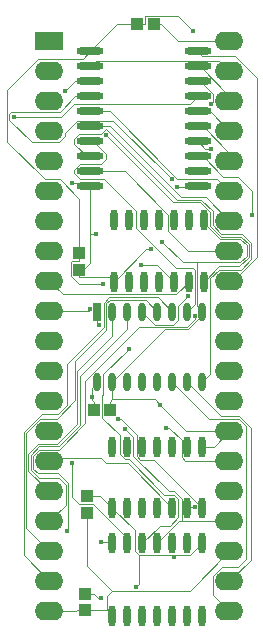
<source format=gbl>
G04 Layer: BottomLayer*
G04 EasyEDA v6.5.22, 2023-01-18 22:18:13*
G04 66d29df89567445d99ed279259f9073e,7be1179030e74d40a97a3c751b95adb4,10*
G04 Gerber Generator version 0.2*
G04 Scale: 100 percent, Rotated: No, Reflected: No *
G04 Dimensions in millimeters *
G04 leading zeros omitted , absolute positions ,4 integer and 5 decimal *
%FSLAX45Y45*%
%MOMM*%

%AMMACRO1*21,1,$1,$2,0,0,$3*%
%ADD10C,0.1000*%
%ADD11O,2.2999954X0.5999988*%
%ADD12O,0.5999988X1.7999964*%
%ADD13MACRO1,1.6002X0.5994X-90.0000*%
%ADD14O,0.599948X1.599946*%
%ADD15MACRO1,1X1.1X0.0000*%
%ADD16MACRO1,1X1.1X90.0000*%
%ADD17MACRO1,1X1.1X-90.0000*%
%ADD18MACRO1,2.3978X1.6002X0.0000*%
%ADD19O,2.3999952X1.5999968*%
%ADD20C,0.4000*%
%ADD21C,0.0147*%

%LPD*%
D10*
X3467100Y-4681473D02*
G01*
X3535679Y-4613147D01*
X3535679Y-3801618D01*
X3609847Y-3727450D01*
X3790950Y-3727450D01*
X3882390Y-3636010D01*
X3882390Y-3502660D01*
X3800856Y-3421126D01*
X3625595Y-3421126D01*
X3556000Y-3351529D01*
X3556000Y-3231387D01*
X3457702Y-3133089D01*
X3249929Y-3133089D01*
X2653791Y-2536952D01*
X2649727Y-2536952D01*
X2608579Y-2578100D01*
X2420365Y-2578100D01*
X2379218Y-2619247D01*
X2379218Y-2658871D01*
X2488945Y-2768600D01*
X2516886Y-2768600D01*
X2171700Y-6362700D02*
G01*
X1953513Y-6144513D01*
X1953513Y-5101589D01*
X2109978Y-4945379D01*
X2247900Y-4945379D01*
X2321813Y-4871720D01*
X2321813Y-4525263D01*
X2631693Y-4215384D01*
X2631693Y-4005071D01*
X2674365Y-3962145D01*
X3093974Y-3962145D01*
X3213100Y-4081526D01*
X2171700Y-5854700D02*
G01*
X2309621Y-5716778D01*
X2309621Y-5547868D01*
X2252726Y-5490971D01*
X2085594Y-5490971D01*
X2014473Y-5419852D01*
X2014473Y-5293613D01*
X2086610Y-5221731D01*
X2253487Y-5221731D01*
X2430271Y-5044694D01*
X2430271Y-4628895D01*
X2832100Y-4227068D01*
X2832100Y-4081526D01*
X2171700Y-5600700D02*
G01*
X2166620Y-5600700D01*
X1994154Y-5428234D01*
X1994154Y-5285231D01*
X2078228Y-5201412D01*
X2238247Y-5201412D01*
X2409952Y-5029454D01*
X2409952Y-4581144D01*
X2705100Y-4285995D01*
X2705100Y-4081526D01*
X3426713Y-1879600D02*
G01*
X3464813Y-1917700D01*
X3743706Y-1917700D01*
X3926840Y-2100834D01*
X3926840Y-3620262D01*
X3724402Y-3822700D01*
X3695700Y-3822700D01*
X3695700Y-2298700D02*
G01*
X3695700Y-2253487D01*
X3448811Y-2006600D01*
X3426713Y-2006600D01*
X3695700Y-2552700D02*
G01*
X3530600Y-2387600D01*
X3426713Y-2387600D01*
X3695700Y-2806700D02*
G01*
X3695700Y-2741168D01*
X3469131Y-2514600D01*
X3426713Y-2514600D01*
X2516886Y-2006600D02*
G01*
X2564891Y-1958594D01*
X3609593Y-1958594D01*
X3695700Y-2044700D01*
X3340100Y-4681473D02*
G01*
X3621786Y-4963160D01*
X3774440Y-4963160D01*
X3874770Y-5063489D01*
X3874770Y-6183629D01*
X3695700Y-6362700D01*
X2171700Y-3822700D02*
G01*
X2284984Y-3935984D01*
X3245611Y-3935984D01*
X3352800Y-3828795D01*
X3213100Y-5746495D02*
G01*
X2833624Y-5367020D01*
X2650490Y-5367020D01*
X2607056Y-5323331D01*
X2195068Y-5323331D01*
X2171700Y-5346700D01*
X2516886Y-2387600D02*
G01*
X2684272Y-2387600D01*
X3256279Y-2959862D01*
X3594861Y-2959862D01*
X3695700Y-3060700D01*
X3695700Y-3314700D02*
G01*
X3493770Y-3112770D01*
X3287013Y-3112770D01*
X2688590Y-2514600D01*
X2516886Y-2514600D01*
X3213100Y-4681473D02*
G01*
X3523488Y-4991862D01*
X3774693Y-4991862D01*
X3834638Y-5051805D01*
X3834638Y-6173215D01*
X3764788Y-6242812D01*
X3634486Y-6242812D01*
X3558540Y-6318757D01*
X3558540Y-6479539D01*
X3695700Y-6616700D01*
X2516886Y-2895600D02*
G01*
X2811018Y-2895600D01*
X3177540Y-3262121D01*
X3177540Y-3399028D01*
X3347211Y-3568700D01*
X3695700Y-3568700D01*
X2171700Y-6108700D02*
G01*
X1973834Y-5910834D01*
X1973834Y-5109971D01*
X2095245Y-4988813D01*
X2233421Y-4988813D01*
X2389631Y-4832604D01*
X2389631Y-4501134D01*
X2654808Y-4235957D01*
X2654808Y-4010660D01*
X2682747Y-3982465D01*
X2987040Y-3982465D01*
X3086100Y-4081526D01*
X2516886Y-2641600D02*
G01*
X2541270Y-2641600D01*
X2647188Y-2747263D01*
X2647188Y-2793492D01*
X2608579Y-2832100D01*
X2430526Y-2832100D01*
X2376423Y-2886202D01*
X2376423Y-2904489D01*
X2431287Y-2959100D01*
X2634741Y-2959100D01*
X2908300Y-3232657D01*
X2908300Y-3378200D01*
X3246120Y-3715765D01*
X3386581Y-3715765D01*
X3402329Y-3731768D01*
X3402329Y-4019295D01*
X3340100Y-4081526D01*
X3158997Y-5064760D02*
G01*
X3183127Y-5064760D01*
X3291840Y-5173218D01*
X3291840Y-5316473D01*
X3322065Y-5346700D01*
X3695700Y-5346700D01*
X2959100Y-4081526D02*
G01*
X3069081Y-4191254D01*
X3218688Y-4191254D01*
X3258311Y-4151884D01*
X3258311Y-4037837D01*
X3347211Y-3948937D01*
X2516886Y-2260600D02*
G01*
X2391918Y-2260600D01*
X2258568Y-2393950D01*
X1846834Y-2393950D01*
X1832355Y-2408428D01*
X1832355Y-2456687D01*
X2023618Y-2647950D01*
X2251202Y-2647950D01*
X2306828Y-2592323D01*
X2306828Y-2571495D01*
X2409444Y-2468879D01*
X2714752Y-2468879D01*
X3208274Y-2962402D01*
X2362962Y-5360923D02*
G01*
X2362962Y-5649213D01*
X2423921Y-5710173D01*
X2544825Y-5710173D01*
X2832100Y-5997447D01*
X2832100Y-6040120D01*
X2171700Y-4076700D02*
G01*
X2504693Y-4076700D01*
X2517393Y-4064000D01*
X2813050Y-5075681D02*
G01*
X2877311Y-5140197D01*
X2877311Y-5300979D01*
X3181095Y-5604763D01*
X3228593Y-5604763D01*
X3291840Y-5668010D01*
X3291840Y-5854700D01*
X3695700Y-5854700D02*
G01*
X3291840Y-5854700D01*
X3291840Y-5854700D02*
G01*
X3271520Y-5854700D01*
X3086100Y-6040120D01*
X2578100Y-4081526D02*
G01*
X2578100Y-4176776D01*
X2578100Y-4176776D02*
G01*
X2596134Y-4194810D01*
X2756661Y-4993131D02*
G01*
X2780284Y-4993131D01*
X2909824Y-5122926D01*
X2909824Y-5304789D01*
X2940304Y-5335270D01*
X3055874Y-5335270D01*
X3467100Y-5746495D01*
X2959100Y-6040120D02*
G01*
X3105911Y-5893307D01*
X3192779Y-5893307D01*
X3261359Y-5824728D01*
X3261359Y-5666231D01*
X3227324Y-5632195D01*
X3143504Y-5632195D01*
X2843022Y-5331713D01*
X2811018Y-5331713D01*
X2768600Y-5289295D01*
X2768600Y-5126989D01*
X2621025Y-4979415D01*
X2621025Y-4791455D01*
X2626613Y-4785868D01*
X2626613Y-4613147D01*
X2843784Y-4395978D01*
X3225800Y-3828795D02*
G01*
X3082543Y-3685286D01*
X2945891Y-3685286D01*
X3479800Y-3828795D02*
G01*
X3608577Y-3699763D01*
X3781043Y-3699763D01*
X3862070Y-3618737D01*
X3862070Y-3512565D01*
X3798315Y-3448557D01*
X3624325Y-3448557D01*
X3535679Y-3359912D01*
X3535679Y-3239770D01*
X3449320Y-3153410D01*
X3220211Y-3153410D01*
X2651759Y-2584704D01*
X2611881Y-6031992D02*
G01*
X2696972Y-6031992D01*
X2705100Y-6040120D01*
X3340100Y-5746495D02*
G01*
X3346195Y-5740400D01*
X3405886Y-5740400D01*
X3543808Y-2324100D02*
G01*
X3558793Y-2309368D01*
X3558793Y-2241295D01*
X3451097Y-2133600D01*
X3426713Y-2133600D01*
X3426713Y-2260600D02*
G01*
X3363213Y-2324100D01*
X2384044Y-2324100D01*
X2273554Y-2434589D01*
X1869439Y-2434589D01*
X3539490Y-2705100D02*
G01*
X3490213Y-2705100D01*
X3426713Y-2641600D01*
X2320036Y-5940805D02*
G01*
X2331465Y-5929376D01*
X2331465Y-5535929D01*
X2246884Y-5451347D01*
X2074671Y-5451347D01*
X2034794Y-5411470D01*
X2034794Y-5301995D01*
X2085339Y-5251450D01*
X2252218Y-5251450D01*
X2475229Y-5028692D01*
X2475229Y-4670552D01*
X2933700Y-4211828D01*
X3336797Y-4211828D01*
X3406140Y-4142486D01*
X3406140Y-4121150D01*
X3891534Y-3263392D02*
G01*
X3891534Y-3059684D01*
X3772915Y-2940812D01*
X3641343Y-2940812D01*
X3469131Y-2768600D01*
X3426713Y-2768600D01*
X2171700Y-6616700D02*
G01*
X2400045Y-6616700D01*
X2406395Y-6610604D01*
X3695700Y-5092700D02*
G01*
X3562095Y-5226304D01*
X3467100Y-5226304D01*
X2441447Y-6610604D02*
G01*
X2406395Y-6610604D01*
X2441447Y-6610604D02*
G01*
X2476500Y-6610604D01*
X2686304Y-4914900D02*
G01*
X2686304Y-4844795D01*
X2476500Y-6610604D02*
G01*
X2655824Y-6610604D01*
X2655824Y-6610604D02*
G01*
X2705100Y-6659879D01*
X2979674Y-1651000D02*
G01*
X2979674Y-1585721D01*
X2984754Y-1580642D01*
X3261359Y-1580642D01*
X3388613Y-1708150D01*
X2914650Y-1651000D02*
G01*
X2979674Y-1651000D01*
X2686304Y-4844795D02*
G01*
X2705100Y-4825745D01*
X2705100Y-4825745D02*
G01*
X2705100Y-4681473D01*
X2914650Y-1651000D02*
G01*
X2745486Y-1651000D01*
X2516886Y-1879600D01*
X2705100Y-4825745D02*
G01*
X3065779Y-4825745D01*
X3110738Y-4870957D01*
X3695700Y-5092700D02*
G01*
X3332734Y-5092700D01*
X3110738Y-4870957D01*
X3467100Y-4081526D02*
G01*
X3422650Y-4037076D01*
X3422650Y-3664457D01*
X3479800Y-3308604D02*
G01*
X3479800Y-3332734D01*
X3615943Y-3468878D01*
X3789934Y-3468878D01*
X3841750Y-3520947D01*
X3841750Y-3610355D01*
X3787647Y-3664457D01*
X3422650Y-3664457D01*
X3422650Y-3664457D02*
G01*
X3304540Y-3664457D01*
X3129025Y-3488944D01*
X2425700Y-3587750D02*
G01*
X2425700Y-3652773D01*
X2425700Y-3652773D02*
G01*
X2360421Y-3652773D01*
X2351023Y-3662426D01*
X2351023Y-3780281D01*
X2419350Y-3848607D01*
X2626613Y-3848607D01*
X3467100Y-4081526D02*
G01*
X3467100Y-4110228D01*
X3343909Y-4233418D01*
X3153156Y-4233418D01*
X2705100Y-4681473D01*
X2425700Y-3587750D02*
G01*
X2425700Y-3124454D01*
X2263139Y-2961894D01*
X2132076Y-2961894D01*
X1812036Y-2641854D01*
X1812036Y-2207513D01*
X2076957Y-1942592D01*
X2453893Y-1942592D01*
X2516886Y-1879600D01*
X2701797Y-6445757D02*
G01*
X2655824Y-6491731D01*
X2655824Y-6610604D01*
X3695700Y-6108700D02*
G01*
X3358895Y-6445757D01*
X2701797Y-6445757D01*
X2701797Y-6445757D02*
G01*
X2489200Y-6232905D01*
X2489200Y-5785104D01*
X2516886Y-2133600D02*
G01*
X2391155Y-2133600D01*
X2306828Y-2217673D01*
X3695700Y-1790700D02*
G01*
X3259581Y-1790700D01*
X3119881Y-1651000D01*
X3054604Y-1651000D02*
G01*
X3119881Y-1651000D01*
X2705100Y-5746495D02*
G01*
X2603754Y-5644895D01*
X2489200Y-5644895D01*
X2546095Y-4914900D02*
G01*
X2546095Y-4844795D01*
X2425700Y-3727704D02*
G01*
X2425700Y-3760215D01*
X2425700Y-3760215D02*
G01*
X2425700Y-3792981D01*
X2546095Y-4844795D02*
G01*
X2534411Y-4832857D01*
X2534411Y-4803902D01*
X2534411Y-4803902D02*
G01*
X2534411Y-4725162D01*
X2578100Y-4681473D01*
X2516886Y-3429000D02*
G01*
X2516886Y-3022600D01*
X2425700Y-3760215D02*
G01*
X2516886Y-3669029D01*
X2516886Y-3429000D01*
X2516886Y-3429000D02*
G01*
X2568447Y-3429000D01*
X3467100Y-6040120D02*
G01*
X3360674Y-6146545D01*
X3229863Y-6146545D01*
X3229863Y-6146545D02*
G01*
X3229863Y-6161278D01*
X2516886Y-3022600D02*
G01*
X2486659Y-2992373D01*
X2365502Y-2992373D01*
X2425700Y-3792981D02*
G01*
X2681986Y-3792981D01*
X2717800Y-3828795D01*
X2717800Y-3828795D02*
G01*
X2990595Y-3556000D01*
X3035554Y-3556000D01*
X3254247Y-3026410D02*
G01*
X3423158Y-3026410D01*
X3426713Y-3022600D01*
X2927095Y-6146545D02*
G01*
X2927095Y-6384797D01*
X2901441Y-6410452D01*
X3229863Y-6146545D02*
G01*
X2927095Y-6146545D01*
X2927095Y-6146545D02*
G01*
X2893059Y-6112763D01*
X2893059Y-5934455D01*
X2705100Y-5746495D01*
X2609341Y-6509004D02*
G01*
X2585211Y-6509004D01*
X2546858Y-6470395D01*
X2476500Y-6470395D02*
G01*
X2546858Y-6470395D01*
D11*
G01*
X2516809Y-3022600D03*
G01*
X2516809Y-2895600D03*
G01*
X2516809Y-2768600D03*
G01*
X2516809Y-2641600D03*
G01*
X2516809Y-2514600D03*
G01*
X2516809Y-2387600D03*
G01*
X2516809Y-2260600D03*
G01*
X2516809Y-2133600D03*
G01*
X2516809Y-2006600D03*
G01*
X2516809Y-1879600D03*
G01*
X3426790Y-3022600D03*
G01*
X3426790Y-2895600D03*
G01*
X3426790Y-2768600D03*
G01*
X3426790Y-2641600D03*
G01*
X3426790Y-2514600D03*
G01*
X3426790Y-2387600D03*
G01*
X3426790Y-2260600D03*
G01*
X3426790Y-2133600D03*
G01*
X3426790Y-2006600D03*
G01*
X3426790Y-1879600D03*
D12*
G01*
X3467100Y-5746394D03*
G01*
X3340100Y-5746394D03*
G01*
X3213100Y-5746394D03*
G01*
X3086100Y-5746394D03*
G01*
X2959100Y-5746394D03*
G01*
X2832100Y-5746394D03*
G01*
X2705100Y-5746394D03*
G01*
X3467100Y-5226405D03*
G01*
X3340100Y-5226405D03*
G01*
X3213100Y-5226405D03*
G01*
X3086100Y-5226405D03*
G01*
X2959100Y-5226405D03*
G01*
X2832100Y-5226405D03*
G01*
X2705100Y-5226405D03*
G01*
X3467100Y-6659879D03*
G01*
X3340100Y-6659879D03*
G01*
X3213100Y-6659879D03*
G01*
X3086100Y-6659879D03*
G01*
X2959100Y-6659879D03*
G01*
X2832100Y-6659879D03*
G01*
X2705100Y-6659879D03*
G01*
X3467100Y-6040120D03*
G01*
X3340100Y-6040120D03*
G01*
X3213100Y-6040120D03*
G01*
X3086100Y-6040120D03*
G01*
X2959100Y-6040120D03*
G01*
X2832100Y-6040120D03*
G01*
X2705100Y-6040120D03*
G01*
X3479800Y-3828694D03*
G01*
X3352800Y-3828694D03*
G01*
X3225800Y-3828694D03*
G01*
X3098800Y-3828694D03*
G01*
X2971800Y-3828694D03*
G01*
X2844800Y-3828694D03*
G01*
X2717800Y-3828694D03*
G01*
X3479800Y-3308705D03*
G01*
X3352800Y-3308705D03*
G01*
X3225800Y-3308705D03*
G01*
X3098800Y-3308705D03*
G01*
X2971800Y-3308705D03*
G01*
X2844800Y-3308705D03*
G01*
X2717800Y-3308705D03*
D13*
G01*
X2578100Y-4081500D03*
D14*
G01*
X2705100Y-4081500D03*
G01*
X2832100Y-4081500D03*
G01*
X2959100Y-4081500D03*
G01*
X3086100Y-4081500D03*
G01*
X3213100Y-4081500D03*
G01*
X3340100Y-4081500D03*
G01*
X3467100Y-4081500D03*
G01*
X2578100Y-4681499D03*
G01*
X2705100Y-4681499D03*
G01*
X2832100Y-4681499D03*
G01*
X2959100Y-4681499D03*
G01*
X3086100Y-4681499D03*
G01*
X3213100Y-4681499D03*
G01*
X3340100Y-4681499D03*
G01*
X3467100Y-4681499D03*
D15*
G01*
X3054510Y-1651001D03*
G01*
X2914510Y-1651001D03*
G01*
X2546189Y-4914898D03*
G01*
X2686189Y-4914898D03*
D16*
G01*
X2425698Y-3727610D03*
G01*
X2425698Y-3587610D03*
D17*
G01*
X2476501Y-6470489D03*
G01*
X2476501Y-6610489D03*
G01*
X2489201Y-5644989D03*
G01*
X2489201Y-5784989D03*
D18*
G01*
X2171700Y-1790700D03*
D19*
G01*
X3695700Y-6616700D03*
G01*
X2171700Y-2044700D03*
G01*
X3695700Y-6362700D03*
G01*
X2171700Y-2298700D03*
G01*
X3695700Y-6108700D03*
G01*
X2171700Y-2552700D03*
G01*
X3695700Y-5854700D03*
G01*
X2171700Y-2806700D03*
G01*
X3695700Y-5600700D03*
G01*
X2171700Y-3060700D03*
G01*
X3695700Y-5346700D03*
G01*
X2171700Y-3314700D03*
G01*
X3695700Y-5092700D03*
G01*
X2171700Y-3568700D03*
G01*
X3695700Y-4838700D03*
G01*
X2171700Y-3822700D03*
G01*
X3695700Y-4584700D03*
G01*
X2171700Y-4076700D03*
G01*
X3695700Y-4330700D03*
G01*
X2171700Y-4330700D03*
G01*
X3695700Y-4076700D03*
G01*
X2171700Y-4584700D03*
G01*
X3695700Y-3822700D03*
G01*
X2171700Y-4838700D03*
G01*
X3695700Y-3568700D03*
G01*
X2171700Y-5092700D03*
G01*
X3695700Y-3314700D03*
G01*
X2171700Y-5346700D03*
G01*
X3695700Y-3060700D03*
G01*
X2171700Y-5600700D03*
G01*
X3695700Y-2806700D03*
G01*
X2171700Y-5854700D03*
G01*
X3695700Y-2552700D03*
G01*
X2171700Y-6108700D03*
G01*
X3695700Y-2298700D03*
G01*
X2171700Y-6362700D03*
G01*
X3695700Y-2044700D03*
G01*
X2171700Y-6616700D03*
G01*
X3695700Y-1790700D03*
D20*
G01*
X2609341Y-6509004D03*
G01*
X2901441Y-6410452D03*
G01*
X3254247Y-3026410D03*
G01*
X3035554Y-3556000D03*
G01*
X2365502Y-2992373D03*
G01*
X3229863Y-6161278D03*
G01*
X2568447Y-3429000D03*
G01*
X2534411Y-4803902D03*
G01*
X2306828Y-2217673D03*
G01*
X2626613Y-3848607D03*
G01*
X3129025Y-3488944D03*
G01*
X3110738Y-4870957D03*
G01*
X3388613Y-1708150D03*
G01*
X3891534Y-3263392D03*
G01*
X3539490Y-2705100D03*
G01*
X3406140Y-4121150D03*
G01*
X2320036Y-5940805D03*
G01*
X1869439Y-2434589D03*
G01*
X3543808Y-2324100D03*
G01*
X3405886Y-5740400D03*
G01*
X2611881Y-6031992D03*
G01*
X2651759Y-2584704D03*
G01*
X2843784Y-4395978D03*
G01*
X2945891Y-3685286D03*
G01*
X2756661Y-4993131D03*
G01*
X2596134Y-4194810D03*
G01*
X2813050Y-5075681D03*
G01*
X2517393Y-4064000D03*
G01*
X2362962Y-5360923D03*
G01*
X3208274Y-2962402D03*
G01*
X3347211Y-3948937D03*
G01*
X3158997Y-5064760D03*
M02*

</source>
